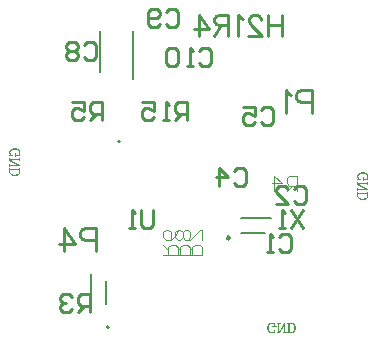
<source format=gbr>
%TF.GenerationSoftware,Altium Limited,Altium Designer,25.8.1 (18)*%
G04 Layer_Color=32896*
%FSLAX45Y45*%
%MOMM*%
%TF.SameCoordinates,DBAD572D-54B9-4E5B-BD18-095DBB1A99D2*%
%TF.FilePolarity,Positive*%
%TF.FileFunction,Legend,Bot*%
%TF.Part,Single*%
G01*
G75*
%TA.AperFunction,NonConductor*%
%ADD54C,0.25000*%
%ADD55C,0.20000*%
%ADD57C,0.07620*%
%ADD58C,0.25400*%
D54*
X349200Y-462800D02*
G03*
X349200Y-462800I-12500J0D01*
G01*
D55*
X-684498Y-1229198D02*
G03*
X-684498Y-1209198I0J10000D01*
G01*
D02*
G03*
X-684498Y-1229198I0J-10000D01*
G01*
X-577900Y353200D02*
G03*
X-597900Y353200I-10000J0D01*
G01*
D02*
G03*
X-577900Y353200I10000J0D01*
G01*
X-467098Y882598D02*
Y1292599D01*
X-752101Y942603D02*
Y1292599D01*
X447196Y-418101D02*
X647195D01*
X447196Y-293102D02*
X702196D01*
X-699497Y-1025999D02*
Y-825999D01*
X-824501Y-1025999D02*
Y-770998D01*
D57*
X914400Y-63500D02*
Y63459D01*
X850921D01*
X829761Y42299D01*
Y-21D01*
X850921Y-21180D01*
X914400D01*
X872080D02*
X829761Y-63500D01*
X723962D02*
Y63459D01*
X787441Y-21D01*
X702802D01*
X-12701Y-603250D02*
X114258D01*
Y-539771D01*
X93099Y-518611D01*
X50779D01*
X29619Y-539771D01*
Y-603250D01*
Y-560930D02*
X-12701Y-518611D01*
X114258Y-476291D02*
Y-391652D01*
X93099D01*
X8459Y-476291D01*
X-12701D01*
X-114301Y-603250D02*
X12658D01*
Y-539771D01*
X-8501Y-518611D01*
X-50821D01*
X-71981Y-539771D01*
Y-603250D01*
Y-560930D02*
X-114301Y-518611D01*
X-8501Y-476291D02*
X12658Y-455131D01*
Y-412812D01*
X-8501Y-391652D01*
X-29661D01*
X-50821Y-412812D01*
X-71981Y-391652D01*
X-93141D01*
X-114301Y-412812D01*
Y-455131D01*
X-93141Y-476291D01*
X-71981D01*
X-50821Y-455131D01*
X-29661Y-476291D01*
X-8501D01*
X-50821Y-455131D02*
Y-412812D01*
X-215900Y-603250D02*
X-88941D01*
Y-539771D01*
X-110101Y-518611D01*
X-152421D01*
X-173580Y-539771D01*
Y-603250D01*
Y-560930D02*
X-215900Y-518611D01*
X-88941Y-391652D02*
X-110101Y-433971D01*
X-152421Y-476291D01*
X-194740D01*
X-215900Y-455131D01*
Y-412812D01*
X-194740Y-391652D01*
X-173580D01*
X-152421Y-412812D01*
Y-476291D01*
X722195Y-1250771D02*
X726065Y-1239162D01*
Y-1262380D01*
X722195Y-1250771D01*
X714456Y-1258511D01*
X702847Y-1262380D01*
X695108D01*
X683499Y-1258511D01*
X675759Y-1250771D01*
X671890Y-1243032D01*
X668020Y-1231423D01*
Y-1212075D01*
X671890Y-1200466D01*
X675759Y-1192726D01*
X683499Y-1184987D01*
X695108Y-1181118D01*
X702847D01*
X714456Y-1184987D01*
X722195Y-1192726D01*
X695108Y-1262380D02*
X687368Y-1258511D01*
X679629Y-1250771D01*
X675759Y-1243032D01*
X671890Y-1231423D01*
Y-1212075D01*
X675759Y-1200466D01*
X679629Y-1192726D01*
X687368Y-1184987D01*
X695108Y-1181118D01*
X722195Y-1212075D02*
Y-1181118D01*
X726065Y-1212075D02*
Y-1181118D01*
X710586Y-1212075D02*
X737674D01*
X759731Y-1262380D02*
Y-1181118D01*
X763600Y-1262380D02*
X810036Y-1188857D01*
X763600Y-1254641D02*
X810036Y-1181118D01*
Y-1262380D02*
Y-1181118D01*
X748122Y-1262380D02*
X763600D01*
X798427D02*
X821645D01*
X748122Y-1181118D02*
X771340D01*
X843315Y-1262380D02*
Y-1181118D01*
X847184Y-1262380D02*
Y-1181118D01*
X831706Y-1262380D02*
X870402D01*
X882011Y-1258511D01*
X889751Y-1250771D01*
X893620Y-1243032D01*
X897490Y-1231423D01*
Y-1212075D01*
X893620Y-1200466D01*
X889751Y-1192726D01*
X882011Y-1184987D01*
X870402Y-1181118D01*
X831706D01*
X870402Y-1262380D02*
X878142Y-1258511D01*
X885881Y-1250771D01*
X889751Y-1243032D01*
X893620Y-1231423D01*
Y-1212075D01*
X889751Y-1200466D01*
X885881Y-1192726D01*
X878142Y-1184987D01*
X870402Y-1181118D01*
X1441629Y39805D02*
X1453238Y35935D01*
X1430020D01*
X1441629Y39805D01*
X1433889Y47544D01*
X1430020Y59153D01*
Y66892D01*
X1433889Y78501D01*
X1441629Y86241D01*
X1449368Y90110D01*
X1460977Y93980D01*
X1480325D01*
X1491934Y90110D01*
X1499674Y86241D01*
X1507413Y78501D01*
X1511282Y66892D01*
Y59153D01*
X1507413Y47544D01*
X1499674Y39805D01*
X1430020Y66892D02*
X1433889Y74632D01*
X1441629Y82371D01*
X1449368Y86241D01*
X1460977Y90110D01*
X1480325D01*
X1491934Y86241D01*
X1499674Y82371D01*
X1507413Y74632D01*
X1511282Y66892D01*
X1480325Y39805D02*
X1511282D01*
X1480325Y35935D02*
X1511282D01*
X1480325Y51414D02*
Y24326D01*
X1430020Y2269D02*
X1511282D01*
X1430020Y-1600D02*
X1503543Y-48036D01*
X1437759Y-1600D02*
X1511282Y-48036D01*
X1430020D02*
X1511282D01*
X1430020Y13878D02*
Y-1600D01*
Y-36427D02*
Y-59645D01*
X1511282Y13878D02*
Y-9340D01*
X1430020Y-81315D02*
X1511282D01*
X1430020Y-85184D02*
X1511282D01*
X1430020Y-69706D02*
Y-108402D01*
X1433889Y-120011D01*
X1441629Y-127751D01*
X1449368Y-131620D01*
X1460977Y-135490D01*
X1480325D01*
X1491934Y-131620D01*
X1499674Y-127751D01*
X1507413Y-120011D01*
X1511282Y-108402D01*
Y-69706D01*
X1430020Y-108402D02*
X1433889Y-116142D01*
X1441629Y-123881D01*
X1449368Y-127751D01*
X1460977Y-131620D01*
X1480325D01*
X1491934Y-127751D01*
X1499674Y-123881D01*
X1507413Y-116142D01*
X1511282Y-108402D01*
X-1504771Y243005D02*
X-1493162Y239135D01*
X-1516380D01*
X-1504771Y243005D01*
X-1512511Y250744D01*
X-1516380Y262353D01*
Y270092D01*
X-1512511Y281701D01*
X-1504771Y289441D01*
X-1497032Y293310D01*
X-1485423Y297180D01*
X-1466075D01*
X-1454466Y293310D01*
X-1446726Y289441D01*
X-1438987Y281701D01*
X-1435118Y270092D01*
Y262353D01*
X-1438987Y250744D01*
X-1446726Y243005D01*
X-1516380Y270092D02*
X-1512511Y277832D01*
X-1504771Y285571D01*
X-1497032Y289441D01*
X-1485423Y293310D01*
X-1466075D01*
X-1454466Y289441D01*
X-1446726Y285571D01*
X-1438987Y277832D01*
X-1435118Y270092D01*
X-1466075Y243005D02*
X-1435118D01*
X-1466075Y239135D02*
X-1435118D01*
X-1466075Y254614D02*
Y227526D01*
X-1516380Y205469D02*
X-1435118D01*
X-1516380Y201600D02*
X-1442857Y155164D01*
X-1508641Y201600D02*
X-1435118Y155164D01*
X-1516380D02*
X-1435118D01*
X-1516380Y217078D02*
Y201600D01*
Y166773D02*
Y143555D01*
X-1435118Y217078D02*
Y193860D01*
X-1516380Y121885D02*
X-1435118D01*
X-1516380Y118016D02*
X-1435118D01*
X-1516380Y133494D02*
Y94798D01*
X-1512511Y83189D01*
X-1504771Y75449D01*
X-1497032Y71580D01*
X-1485423Y67710D01*
X-1466075D01*
X-1454466Y71580D01*
X-1446726Y75449D01*
X-1438987Y83189D01*
X-1435118Y94798D01*
Y133494D01*
X-1516380Y94798D02*
X-1512511Y87058D01*
X-1504771Y79319D01*
X-1497032Y75449D01*
X-1485423Y71580D01*
X-1466075D01*
X-1454466Y75449D01*
X-1446726Y79319D01*
X-1438987Y87058D01*
X-1435118Y94798D01*
D58*
X787400Y1422362D02*
Y1244600D01*
X668892Y1422362D02*
Y1244600D01*
X787400Y1337713D02*
X668892D01*
X611331Y1380038D02*
Y1388502D01*
X602866Y1405432D01*
X594401Y1413897D01*
X577472Y1422362D01*
X543612D01*
X526682Y1413897D01*
X518218Y1405432D01*
X509753Y1388502D01*
Y1371573D01*
X518218Y1354643D01*
X535147Y1329249D01*
X619796Y1244600D01*
X501288D01*
X461503Y1388502D02*
X444573Y1396967D01*
X419179Y1422362D01*
Y1244600D01*
X331144Y1422362D02*
Y1244600D01*
Y1422362D02*
X254961D01*
X229566Y1413897D01*
X221101Y1405432D01*
X212636Y1388502D01*
Y1371573D01*
X221101Y1354643D01*
X229566Y1346178D01*
X254961Y1337713D01*
X331144D01*
X271890D02*
X212636Y1244600D01*
X88203Y1422362D02*
X172852Y1303854D01*
X45879D01*
X88203Y1422362D02*
Y1244600D01*
X-787400Y-482095D02*
X-870114D01*
X-897685Y-472904D01*
X-906875Y-463714D01*
X-916066Y-445333D01*
Y-417762D01*
X-906875Y-399381D01*
X-897685Y-390190D01*
X-870114Y-381000D01*
X-787400D01*
Y-573999D01*
X-1051165Y-381000D02*
X-959261Y-509666D01*
X-1097117D01*
X-1051165Y-381000D02*
Y-573999D01*
X1041400Y686305D02*
X958686D01*
X931115Y695496D01*
X921925Y704686D01*
X912734Y723067D01*
Y750638D01*
X921925Y769019D01*
X931115Y778210D01*
X958686Y787400D01*
X1041400D01*
Y594401D01*
X869539Y750638D02*
X851159Y759829D01*
X823587Y787400D01*
Y594401D01*
X965167Y-228625D02*
X863600Y-380975D01*
Y-228625D02*
X965167Y-380975D01*
X812816D02*
X762033D01*
X787424D01*
Y-228625D01*
X812816Y-254017D01*
X-304833Y-228625D02*
Y-355583D01*
X-330225Y-380975D01*
X-381008D01*
X-406400Y-355583D01*
Y-228625D01*
X-457184Y-380975D02*
X-507967D01*
X-482576D01*
Y-228625D01*
X-457184Y-254017D01*
X-12762Y533425D02*
Y685775D01*
X-88937D01*
X-114329Y660383D01*
Y609600D01*
X-88937Y584208D01*
X-12762D01*
X-63545D02*
X-114329Y533425D01*
X-165112D02*
X-215896D01*
X-190504D01*
Y685775D01*
X-165112Y660383D01*
X-393639Y685775D02*
X-292071D01*
Y609600D01*
X-342855Y634992D01*
X-368247D01*
X-393639Y609600D01*
Y558817D01*
X-368247Y533425D01*
X-317463D01*
X-292071Y558817D01*
X-736641Y533425D02*
Y685775D01*
X-812817D01*
X-838208Y660383D01*
Y609600D01*
X-812817Y584208D01*
X-736641D01*
X-787425D02*
X-838208Y533425D01*
X-990559Y685775D02*
X-888992D01*
Y609600D01*
X-939775Y634992D01*
X-965167D01*
X-990559Y609600D01*
Y558817D01*
X-965167Y533425D01*
X-914384D01*
X-888992Y558817D01*
X-838241Y-1092175D02*
Y-939825D01*
X-914417D01*
X-939808Y-965217D01*
Y-1016000D01*
X-914417Y-1041392D01*
X-838241D01*
X-889025D02*
X-939808Y-1092175D01*
X-990592Y-965217D02*
X-1015984Y-939825D01*
X-1066767D01*
X-1092159Y-965217D01*
Y-990608D01*
X-1066767Y-1016000D01*
X-1041375D01*
X-1066767D01*
X-1092159Y-1041392D01*
Y-1066783D01*
X-1066767Y-1092175D01*
X-1015984D01*
X-990592Y-1066783D01*
X88871Y1117583D02*
X114263Y1142975D01*
X165046D01*
X190438Y1117583D01*
Y1016017D01*
X165046Y990625D01*
X114263D01*
X88871Y1016017D01*
X38088Y990625D02*
X-12696D01*
X12696D01*
Y1142975D01*
X38088Y1117583D01*
X-88871D02*
X-114263Y1142975D01*
X-165047D01*
X-190439Y1117583D01*
Y1016017D01*
X-165047Y990625D01*
X-114263D01*
X-88871Y1016017D01*
Y1117583D01*
X-193009Y1447747D02*
X-167617Y1473139D01*
X-116834D01*
X-91442Y1447747D01*
Y1346180D01*
X-116834Y1320788D01*
X-167617D01*
X-193009Y1346180D01*
X-243793D02*
X-269184Y1320788D01*
X-319968D01*
X-345360Y1346180D01*
Y1447747D01*
X-319968Y1473139D01*
X-269184D01*
X-243793Y1447747D01*
Y1422356D01*
X-269184Y1396964D01*
X-345360D01*
X-889008Y1168383D02*
X-863617Y1193775D01*
X-812833D01*
X-787441Y1168383D01*
Y1066817D01*
X-812833Y1041425D01*
X-863617D01*
X-889008Y1066817D01*
X-939792Y1168383D02*
X-965184Y1193775D01*
X-1015967D01*
X-1041359Y1168383D01*
Y1142992D01*
X-1015967Y1117600D01*
X-1041359Y1092208D01*
Y1066817D01*
X-1015967Y1041425D01*
X-965184D01*
X-939792Y1066817D01*
Y1092208D01*
X-965184Y1117600D01*
X-939792Y1142992D01*
Y1168383D01*
X-965184Y1117600D02*
X-1015967D01*
X609631Y624787D02*
X635023Y650179D01*
X685806D01*
X711198Y624787D01*
Y523220D01*
X685806Y497828D01*
X635023D01*
X609631Y523220D01*
X457280Y650179D02*
X558847D01*
Y574004D01*
X508064Y599396D01*
X482672D01*
X457280Y574004D01*
Y523220D01*
X482672Y497828D01*
X533456D01*
X558847Y523220D01*
X380992Y101583D02*
X406383Y126975D01*
X457167D01*
X482559Y101583D01*
Y17D01*
X457167Y-25375D01*
X406383D01*
X380992Y17D01*
X254033Y-25375D02*
Y126975D01*
X330208Y50800D01*
X228641D01*
X888992Y-50817D02*
X914383Y-25425D01*
X965167D01*
X990559Y-50817D01*
Y-152383D01*
X965167Y-177775D01*
X914383D01*
X888992Y-152383D01*
X736641Y-177775D02*
X838208D01*
X736641Y-76208D01*
Y-50817D01*
X762033Y-25425D01*
X812816D01*
X838208Y-50817D01*
X762000Y-457217D02*
X787392Y-431825D01*
X838175D01*
X863567Y-457217D01*
Y-558783D01*
X838175Y-584175D01*
X787392D01*
X762000Y-558783D01*
X711216Y-584175D02*
X660433D01*
X685824D01*
Y-431825D01*
X711216Y-457217D01*
%TF.MD5,767977698e8c4fb2770f531b12c68085*%
M02*

</source>
